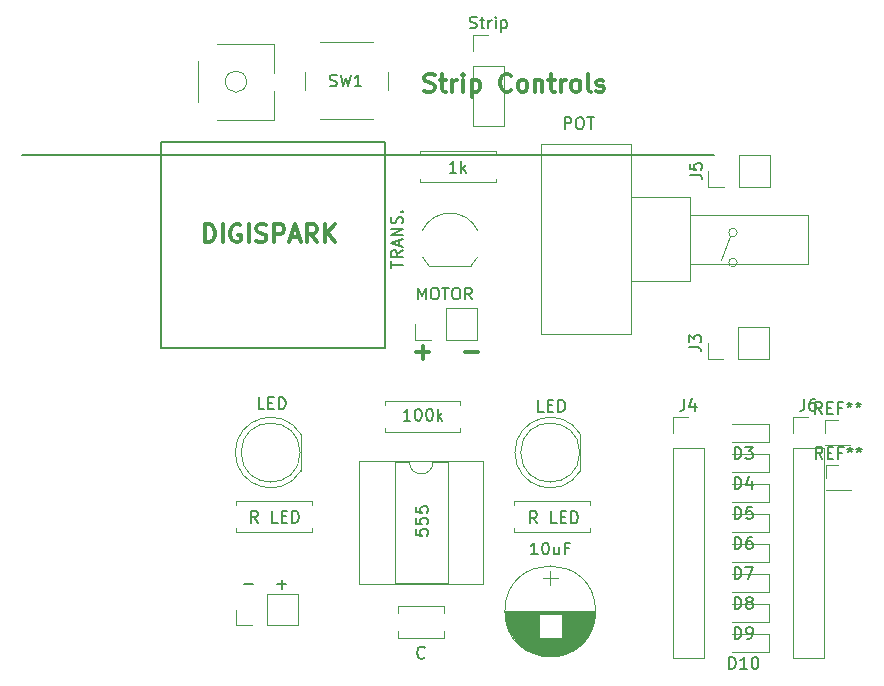
<source format=gbr>
G04 #@! TF.FileFunction,Legend,Top*
%FSLAX46Y46*%
G04 Gerber Fmt 4.6, Leading zero omitted, Abs format (unit mm)*
G04 Created by KiCad (PCBNEW 4.0.7) date 12/08/18 06:13:13*
%MOMM*%
%LPD*%
G01*
G04 APERTURE LIST*
%ADD10C,0.100000*%
%ADD11C,0.300000*%
%ADD12C,0.200000*%
%ADD13C,0.150000*%
%ADD14C,0.120000*%
G04 APERTURE END LIST*
D10*
D11*
X186398057Y-50137143D02*
X186612343Y-50208571D01*
X186969486Y-50208571D01*
X187112343Y-50137143D01*
X187183772Y-50065714D01*
X187255200Y-49922857D01*
X187255200Y-49780000D01*
X187183772Y-49637143D01*
X187112343Y-49565714D01*
X186969486Y-49494286D01*
X186683772Y-49422857D01*
X186540914Y-49351429D01*
X186469486Y-49280000D01*
X186398057Y-49137143D01*
X186398057Y-48994286D01*
X186469486Y-48851429D01*
X186540914Y-48780000D01*
X186683772Y-48708571D01*
X187040914Y-48708571D01*
X187255200Y-48780000D01*
X187683771Y-49208571D02*
X188255200Y-49208571D01*
X187898057Y-48708571D02*
X187898057Y-49994286D01*
X187969485Y-50137143D01*
X188112343Y-50208571D01*
X188255200Y-50208571D01*
X188755200Y-50208571D02*
X188755200Y-49208571D01*
X188755200Y-49494286D02*
X188826628Y-49351429D01*
X188898057Y-49280000D01*
X189040914Y-49208571D01*
X189183771Y-49208571D01*
X189683771Y-50208571D02*
X189683771Y-49208571D01*
X189683771Y-48708571D02*
X189612342Y-48780000D01*
X189683771Y-48851429D01*
X189755199Y-48780000D01*
X189683771Y-48708571D01*
X189683771Y-48851429D01*
X190398057Y-49208571D02*
X190398057Y-50708571D01*
X190398057Y-49280000D02*
X190540914Y-49208571D01*
X190826628Y-49208571D01*
X190969485Y-49280000D01*
X191040914Y-49351429D01*
X191112343Y-49494286D01*
X191112343Y-49922857D01*
X191040914Y-50065714D01*
X190969485Y-50137143D01*
X190826628Y-50208571D01*
X190540914Y-50208571D01*
X190398057Y-50137143D01*
X193755200Y-50065714D02*
X193683771Y-50137143D01*
X193469485Y-50208571D01*
X193326628Y-50208571D01*
X193112343Y-50137143D01*
X192969485Y-49994286D01*
X192898057Y-49851429D01*
X192826628Y-49565714D01*
X192826628Y-49351429D01*
X192898057Y-49065714D01*
X192969485Y-48922857D01*
X193112343Y-48780000D01*
X193326628Y-48708571D01*
X193469485Y-48708571D01*
X193683771Y-48780000D01*
X193755200Y-48851429D01*
X194612343Y-50208571D02*
X194469485Y-50137143D01*
X194398057Y-50065714D01*
X194326628Y-49922857D01*
X194326628Y-49494286D01*
X194398057Y-49351429D01*
X194469485Y-49280000D01*
X194612343Y-49208571D01*
X194826628Y-49208571D01*
X194969485Y-49280000D01*
X195040914Y-49351429D01*
X195112343Y-49494286D01*
X195112343Y-49922857D01*
X195040914Y-50065714D01*
X194969485Y-50137143D01*
X194826628Y-50208571D01*
X194612343Y-50208571D01*
X195755200Y-49208571D02*
X195755200Y-50208571D01*
X195755200Y-49351429D02*
X195826628Y-49280000D01*
X195969486Y-49208571D01*
X196183771Y-49208571D01*
X196326628Y-49280000D01*
X196398057Y-49422857D01*
X196398057Y-50208571D01*
X196898057Y-49208571D02*
X197469486Y-49208571D01*
X197112343Y-48708571D02*
X197112343Y-49994286D01*
X197183771Y-50137143D01*
X197326629Y-50208571D01*
X197469486Y-50208571D01*
X197969486Y-50208571D02*
X197969486Y-49208571D01*
X197969486Y-49494286D02*
X198040914Y-49351429D01*
X198112343Y-49280000D01*
X198255200Y-49208571D01*
X198398057Y-49208571D01*
X199112343Y-50208571D02*
X198969485Y-50137143D01*
X198898057Y-50065714D01*
X198826628Y-49922857D01*
X198826628Y-49494286D01*
X198898057Y-49351429D01*
X198969485Y-49280000D01*
X199112343Y-49208571D01*
X199326628Y-49208571D01*
X199469485Y-49280000D01*
X199540914Y-49351429D01*
X199612343Y-49494286D01*
X199612343Y-49922857D01*
X199540914Y-50065714D01*
X199469485Y-50137143D01*
X199326628Y-50208571D01*
X199112343Y-50208571D01*
X200469486Y-50208571D02*
X200326628Y-50137143D01*
X200255200Y-49994286D01*
X200255200Y-48708571D01*
X200969485Y-50137143D02*
X201112342Y-50208571D01*
X201398057Y-50208571D01*
X201540914Y-50137143D01*
X201612342Y-49994286D01*
X201612342Y-49922857D01*
X201540914Y-49780000D01*
X201398057Y-49708571D01*
X201183771Y-49708571D01*
X201040914Y-49637143D01*
X200969485Y-49494286D01*
X200969485Y-49422857D01*
X201040914Y-49280000D01*
X201183771Y-49208571D01*
X201398057Y-49208571D01*
X201540914Y-49280000D01*
D12*
X210921600Y-55575200D02*
X152349200Y-55575200D01*
D11*
X185672743Y-72293943D02*
X186815600Y-72293943D01*
X186244171Y-72865371D02*
X186244171Y-71722514D01*
X189815600Y-72293943D02*
X190958457Y-72293943D01*
X167814515Y-62959371D02*
X167814515Y-61459371D01*
X168171658Y-61459371D01*
X168385943Y-61530800D01*
X168528801Y-61673657D01*
X168600229Y-61816514D01*
X168671658Y-62102229D01*
X168671658Y-62316514D01*
X168600229Y-62602229D01*
X168528801Y-62745086D01*
X168385943Y-62887943D01*
X168171658Y-62959371D01*
X167814515Y-62959371D01*
X169314515Y-62959371D02*
X169314515Y-61459371D01*
X170814515Y-61530800D02*
X170671658Y-61459371D01*
X170457372Y-61459371D01*
X170243087Y-61530800D01*
X170100229Y-61673657D01*
X170028801Y-61816514D01*
X169957372Y-62102229D01*
X169957372Y-62316514D01*
X170028801Y-62602229D01*
X170100229Y-62745086D01*
X170243087Y-62887943D01*
X170457372Y-62959371D01*
X170600229Y-62959371D01*
X170814515Y-62887943D01*
X170885944Y-62816514D01*
X170885944Y-62316514D01*
X170600229Y-62316514D01*
X171528801Y-62959371D02*
X171528801Y-61459371D01*
X172171658Y-62887943D02*
X172385944Y-62959371D01*
X172743087Y-62959371D01*
X172885944Y-62887943D01*
X172957373Y-62816514D01*
X173028801Y-62673657D01*
X173028801Y-62530800D01*
X172957373Y-62387943D01*
X172885944Y-62316514D01*
X172743087Y-62245086D01*
X172457373Y-62173657D01*
X172314515Y-62102229D01*
X172243087Y-62030800D01*
X172171658Y-61887943D01*
X172171658Y-61745086D01*
X172243087Y-61602229D01*
X172314515Y-61530800D01*
X172457373Y-61459371D01*
X172814515Y-61459371D01*
X173028801Y-61530800D01*
X173671658Y-62959371D02*
X173671658Y-61459371D01*
X174243086Y-61459371D01*
X174385944Y-61530800D01*
X174457372Y-61602229D01*
X174528801Y-61745086D01*
X174528801Y-61959371D01*
X174457372Y-62102229D01*
X174385944Y-62173657D01*
X174243086Y-62245086D01*
X173671658Y-62245086D01*
X175100229Y-62530800D02*
X175814515Y-62530800D01*
X174957372Y-62959371D02*
X175457372Y-61459371D01*
X175957372Y-62959371D01*
X177314515Y-62959371D02*
X176814515Y-62245086D01*
X176457372Y-62959371D02*
X176457372Y-61459371D01*
X177028800Y-61459371D01*
X177171658Y-61530800D01*
X177243086Y-61602229D01*
X177314515Y-61745086D01*
X177314515Y-61959371D01*
X177243086Y-62102229D01*
X177171658Y-62173657D01*
X177028800Y-62245086D01*
X176457372Y-62245086D01*
X177957372Y-62959371D02*
X177957372Y-61459371D01*
X178814515Y-62959371D02*
X178171658Y-62102229D01*
X178814515Y-61459371D02*
X177957372Y-62316514D01*
D13*
X164070800Y-54457600D02*
X183070800Y-54457600D01*
X183070800Y-54457600D02*
X183070800Y-71957600D01*
X183070800Y-71957600D02*
X164070800Y-71957600D01*
X164070800Y-71957600D02*
X164070800Y-54457600D01*
D14*
X196276400Y-54656400D02*
X203897400Y-54656400D01*
X196276400Y-70776400D02*
X203897400Y-70776400D01*
X196276400Y-54656400D02*
X196276400Y-70776400D01*
X203897400Y-54656400D02*
X203897400Y-70776400D01*
X203897400Y-59156400D02*
X208896400Y-59156400D01*
X203897400Y-66276400D02*
X208896400Y-66276400D01*
X203897400Y-59156400D02*
X203897400Y-66276400D01*
X208896400Y-59156400D02*
X208896400Y-66276400D01*
X208896400Y-60656400D02*
X218897400Y-60656400D01*
X208896400Y-64776400D02*
X218897400Y-64776400D01*
X208896400Y-60656400D02*
X208896400Y-64776400D01*
X218897400Y-60656400D02*
X218897400Y-64776400D01*
X220377200Y-83965600D02*
X222497200Y-83965600D01*
X220377200Y-83905600D02*
X220377200Y-83965600D01*
X222497200Y-83905600D02*
X222497200Y-83965600D01*
X220377200Y-83905600D02*
X222497200Y-83905600D01*
X220377200Y-82905600D02*
X220377200Y-81845600D01*
X220377200Y-81845600D02*
X221437200Y-81845600D01*
X188060400Y-96508400D02*
X184140400Y-96508400D01*
X188060400Y-93788400D02*
X184140400Y-93788400D01*
X188060400Y-96508400D02*
X188060400Y-95898400D01*
X188060400Y-94398400D02*
X188060400Y-93788400D01*
X184140400Y-96508400D02*
X184140400Y-95898400D01*
X184140400Y-94398400D02*
X184140400Y-93788400D01*
X194063200Y-80771538D02*
G75*
G03X199613200Y-82316830I2990000J-462D01*
G01*
X194063200Y-80772462D02*
G75*
G02X199613200Y-79227170I2990000J462D01*
G01*
X199553200Y-80772000D02*
G75*
G03X199553200Y-80772000I-2500000J0D01*
G01*
X199613200Y-82317000D02*
X199613200Y-79227000D01*
X170390400Y-80771538D02*
G75*
G03X175940400Y-82316830I2990000J-462D01*
G01*
X170390400Y-80772462D02*
G75*
G02X175940400Y-79227170I2990000J462D01*
G01*
X175880400Y-80772000D02*
G75*
G03X175880400Y-80772000I-2500000J0D01*
G01*
X175940400Y-82317000D02*
X175940400Y-79227000D01*
X212410800Y-78396400D02*
X215610800Y-78396400D01*
X215610800Y-79896400D02*
X212410800Y-79896400D01*
X215610800Y-79896400D02*
X215610800Y-78396400D01*
X212410800Y-80936400D02*
X215610800Y-80936400D01*
X215610800Y-82436400D02*
X212410800Y-82436400D01*
X215610800Y-82436400D02*
X215610800Y-80936400D01*
X212410800Y-83476400D02*
X215610800Y-83476400D01*
X215610800Y-84976400D02*
X212410800Y-84976400D01*
X215610800Y-84976400D02*
X215610800Y-83476400D01*
X212410800Y-86016400D02*
X215610800Y-86016400D01*
X215610800Y-87516400D02*
X212410800Y-87516400D01*
X215610800Y-87516400D02*
X215610800Y-86016400D01*
X212410800Y-88556400D02*
X215610800Y-88556400D01*
X215610800Y-90056400D02*
X212410800Y-90056400D01*
X215610800Y-90056400D02*
X215610800Y-88556400D01*
X212410800Y-91096400D02*
X215610800Y-91096400D01*
X215610800Y-92596400D02*
X212410800Y-92596400D01*
X215610800Y-92596400D02*
X215610800Y-91096400D01*
X212410800Y-93636400D02*
X215610800Y-93636400D01*
X215610800Y-95136400D02*
X212410800Y-95136400D01*
X215610800Y-95136400D02*
X215610800Y-93636400D01*
X212410800Y-96176400D02*
X215610800Y-96176400D01*
X215610800Y-97676400D02*
X212410800Y-97676400D01*
X215610800Y-97676400D02*
X215610800Y-96176400D01*
X173075600Y-95411600D02*
X175675600Y-95411600D01*
X175675600Y-95411600D02*
X175675600Y-92751600D01*
X175675600Y-92751600D02*
X173075600Y-92751600D01*
X173075600Y-92751600D02*
X173075600Y-95411600D01*
X171805600Y-95411600D02*
X170475600Y-95411600D01*
X170475600Y-95411600D02*
X170475600Y-94081600D01*
X188214000Y-71230800D02*
X190814000Y-71230800D01*
X190814000Y-71230800D02*
X190814000Y-68570800D01*
X190814000Y-68570800D02*
X188214000Y-68570800D01*
X188214000Y-68570800D02*
X188214000Y-71230800D01*
X186944000Y-71230800D02*
X185614000Y-71230800D01*
X185614000Y-71230800D02*
X185614000Y-69900800D01*
X212979000Y-72831000D02*
X215579000Y-72831000D01*
X215579000Y-72831000D02*
X215579000Y-70171000D01*
X215579000Y-70171000D02*
X212979000Y-70171000D01*
X212979000Y-70171000D02*
X212979000Y-72831000D01*
X211709000Y-72831000D02*
X210379000Y-72831000D01*
X210379000Y-72831000D02*
X210379000Y-71501000D01*
X207407200Y-80365600D02*
X207407200Y-98205600D01*
X207407200Y-98205600D02*
X210067200Y-98205600D01*
X210067200Y-98205600D02*
X210067200Y-80365600D01*
X210067200Y-80365600D02*
X207407200Y-80365600D01*
X207407200Y-79095600D02*
X207407200Y-77765600D01*
X207407200Y-77765600D02*
X208737200Y-77765600D01*
X213029800Y-58251400D02*
X215629800Y-58251400D01*
X215629800Y-58251400D02*
X215629800Y-55591400D01*
X215629800Y-55591400D02*
X213029800Y-55591400D01*
X213029800Y-55591400D02*
X213029800Y-58251400D01*
X211759800Y-58251400D02*
X210429800Y-58251400D01*
X210429800Y-58251400D02*
X210429800Y-56921400D01*
X217567200Y-80365600D02*
X217567200Y-98205600D01*
X217567200Y-98205600D02*
X220227200Y-98205600D01*
X220227200Y-98205600D02*
X220227200Y-80365600D01*
X220227200Y-80365600D02*
X217567200Y-80365600D01*
X217567200Y-79095600D02*
X217567200Y-77765600D01*
X217567200Y-77765600D02*
X218897200Y-77765600D01*
X186769600Y-64943600D02*
X190369600Y-64943600D01*
X186245416Y-64216395D02*
G75*
G03X186769600Y-64943600I2324184J1122795D01*
G01*
X186213200Y-61994793D02*
G75*
G02X188569600Y-60493600I2356400J-1098807D01*
G01*
X190926000Y-61994793D02*
G75*
G03X188569600Y-60493600I-2356400J-1098807D01*
G01*
X190893784Y-64216395D02*
G75*
G02X190369600Y-64943600I-2324184J1122795D01*
G01*
X192440000Y-57571200D02*
X192440000Y-57901200D01*
X192440000Y-57901200D02*
X186020000Y-57901200D01*
X186020000Y-57901200D02*
X186020000Y-57571200D01*
X192440000Y-55611200D02*
X192440000Y-55281200D01*
X192440000Y-55281200D02*
X186020000Y-55281200D01*
X186020000Y-55281200D02*
X186020000Y-55611200D01*
X183022800Y-76744000D02*
X183022800Y-76414000D01*
X183022800Y-76414000D02*
X189442800Y-76414000D01*
X189442800Y-76414000D02*
X189442800Y-76744000D01*
X183022800Y-78704000D02*
X183022800Y-79034000D01*
X183022800Y-79034000D02*
X189442800Y-79034000D01*
X189442800Y-79034000D02*
X189442800Y-78704000D01*
X200415600Y-87187600D02*
X200415600Y-87517600D01*
X200415600Y-87517600D02*
X193995600Y-87517600D01*
X193995600Y-87517600D02*
X193995600Y-87187600D01*
X200415600Y-85227600D02*
X200415600Y-84897600D01*
X200415600Y-84897600D02*
X193995600Y-84897600D01*
X193995600Y-84897600D02*
X193995600Y-85227600D01*
X176844400Y-87187600D02*
X176844400Y-87517600D01*
X176844400Y-87517600D02*
X170424400Y-87517600D01*
X170424400Y-87517600D02*
X170424400Y-87187600D01*
X176844400Y-85227600D02*
X176844400Y-84897600D01*
X176844400Y-84897600D02*
X170424400Y-84897600D01*
X170424400Y-84897600D02*
X170424400Y-85227600D01*
X171344800Y-49366800D02*
G75*
G03X171344800Y-49366800I-900000J0D01*
G01*
X168817800Y-46156800D02*
X173654800Y-46156800D01*
X168817800Y-52576800D02*
X173654800Y-52576800D01*
X167234800Y-47624800D02*
X167234800Y-51109800D01*
X173654800Y-46156800D02*
X173654800Y-48609800D01*
X173654800Y-50124800D02*
X173654800Y-52576800D01*
X177580800Y-52540800D02*
X182080800Y-52540800D01*
X176330800Y-48540800D02*
X176330800Y-50040800D01*
X182080800Y-46040800D02*
X177580800Y-46040800D01*
X183330800Y-50040800D02*
X183330800Y-48540800D01*
D10*
X212267800Y-62407800D02*
X211505800Y-64439800D01*
X212881010Y-62153800D02*
G75*
G03X212881010Y-62153800I-359210J0D01*
G01*
X212881010Y-64693800D02*
G75*
G03X212881010Y-64693800I-359210J0D01*
G01*
D14*
X190490800Y-53146000D02*
X193150800Y-53146000D01*
X190490800Y-48006000D02*
X190490800Y-53146000D01*
X193150800Y-48006000D02*
X193150800Y-53146000D01*
X190490800Y-48006000D02*
X193150800Y-48006000D01*
X190490800Y-46736000D02*
X190490800Y-45406000D01*
X190490800Y-45406000D02*
X191820800Y-45406000D01*
X187131200Y-81575600D02*
G75*
G02X185131200Y-81575600I-1000000J0D01*
G01*
X185131200Y-81575600D02*
X183881200Y-81575600D01*
X183881200Y-81575600D02*
X183881200Y-91855600D01*
X183881200Y-91855600D02*
X188381200Y-91855600D01*
X188381200Y-91855600D02*
X188381200Y-81575600D01*
X188381200Y-81575600D02*
X187131200Y-81575600D01*
X180881200Y-81515600D02*
X180881200Y-91915600D01*
X180881200Y-91915600D02*
X191381200Y-91915600D01*
X191381200Y-91915600D02*
X191381200Y-81515600D01*
X191381200Y-81515600D02*
X180881200Y-81515600D01*
X200893200Y-94214000D02*
G75*
G03X200893200Y-94214000I-3840000J0D01*
G01*
X200853200Y-94214000D02*
X193253200Y-94214000D01*
X200853200Y-94254000D02*
X193253200Y-94254000D01*
X200853200Y-94294000D02*
X193253200Y-94294000D01*
X200852200Y-94334000D02*
X193254200Y-94334000D01*
X200850200Y-94374000D02*
X193256200Y-94374000D01*
X200848200Y-94414000D02*
X193258200Y-94414000D01*
X200846200Y-94454000D02*
X193260200Y-94454000D01*
X200843200Y-94494000D02*
X198033200Y-94494000D01*
X196073200Y-94494000D02*
X193263200Y-94494000D01*
X200840200Y-94534000D02*
X198033200Y-94534000D01*
X196073200Y-94534000D02*
X193266200Y-94534000D01*
X200837200Y-94574000D02*
X198033200Y-94574000D01*
X196073200Y-94574000D02*
X193269200Y-94574000D01*
X200833200Y-94614000D02*
X198033200Y-94614000D01*
X196073200Y-94614000D02*
X193273200Y-94614000D01*
X200828200Y-94654000D02*
X198033200Y-94654000D01*
X196073200Y-94654000D02*
X193278200Y-94654000D01*
X200823200Y-94694000D02*
X198033200Y-94694000D01*
X196073200Y-94694000D02*
X193283200Y-94694000D01*
X200818200Y-94734000D02*
X198033200Y-94734000D01*
X196073200Y-94734000D02*
X193288200Y-94734000D01*
X200812200Y-94774000D02*
X198033200Y-94774000D01*
X196073200Y-94774000D02*
X193294200Y-94774000D01*
X200806200Y-94814000D02*
X198033200Y-94814000D01*
X196073200Y-94814000D02*
X193300200Y-94814000D01*
X200800200Y-94854000D02*
X198033200Y-94854000D01*
X196073200Y-94854000D02*
X193306200Y-94854000D01*
X200793200Y-94894000D02*
X198033200Y-94894000D01*
X196073200Y-94894000D02*
X193313200Y-94894000D01*
X200785200Y-94935000D02*
X198033200Y-94935000D01*
X196073200Y-94935000D02*
X193321200Y-94935000D01*
X200778200Y-94975000D02*
X198033200Y-94975000D01*
X196073200Y-94975000D02*
X193328200Y-94975000D01*
X200769200Y-95015000D02*
X198033200Y-95015000D01*
X196073200Y-95015000D02*
X193337200Y-95015000D01*
X200760200Y-95055000D02*
X198033200Y-95055000D01*
X196073200Y-95055000D02*
X193346200Y-95055000D01*
X200751200Y-95095000D02*
X198033200Y-95095000D01*
X196073200Y-95095000D02*
X193355200Y-95095000D01*
X200742200Y-95135000D02*
X198033200Y-95135000D01*
X196073200Y-95135000D02*
X193364200Y-95135000D01*
X200732200Y-95175000D02*
X198033200Y-95175000D01*
X196073200Y-95175000D02*
X193374200Y-95175000D01*
X200721200Y-95215000D02*
X198033200Y-95215000D01*
X196073200Y-95215000D02*
X193385200Y-95215000D01*
X200710200Y-95255000D02*
X198033200Y-95255000D01*
X196073200Y-95255000D02*
X193396200Y-95255000D01*
X200698200Y-95295000D02*
X198033200Y-95295000D01*
X196073200Y-95295000D02*
X193408200Y-95295000D01*
X200687200Y-95335000D02*
X198033200Y-95335000D01*
X196073200Y-95335000D02*
X193419200Y-95335000D01*
X200674200Y-95375000D02*
X198033200Y-95375000D01*
X196073200Y-95375000D02*
X193432200Y-95375000D01*
X200661200Y-95415000D02*
X198033200Y-95415000D01*
X196073200Y-95415000D02*
X193445200Y-95415000D01*
X200648200Y-95455000D02*
X198033200Y-95455000D01*
X196073200Y-95455000D02*
X193458200Y-95455000D01*
X200634200Y-95495000D02*
X198033200Y-95495000D01*
X196073200Y-95495000D02*
X193472200Y-95495000D01*
X200619200Y-95535000D02*
X198033200Y-95535000D01*
X196073200Y-95535000D02*
X193487200Y-95535000D01*
X200605200Y-95575000D02*
X198033200Y-95575000D01*
X196073200Y-95575000D02*
X193501200Y-95575000D01*
X200589200Y-95615000D02*
X198033200Y-95615000D01*
X196073200Y-95615000D02*
X193517200Y-95615000D01*
X200573200Y-95655000D02*
X198033200Y-95655000D01*
X196073200Y-95655000D02*
X193533200Y-95655000D01*
X200557200Y-95695000D02*
X198033200Y-95695000D01*
X196073200Y-95695000D02*
X193549200Y-95695000D01*
X200540200Y-95735000D02*
X198033200Y-95735000D01*
X196073200Y-95735000D02*
X193566200Y-95735000D01*
X200522200Y-95775000D02*
X198033200Y-95775000D01*
X196073200Y-95775000D02*
X193584200Y-95775000D01*
X200504200Y-95815000D02*
X198033200Y-95815000D01*
X196073200Y-95815000D02*
X193602200Y-95815000D01*
X200486200Y-95855000D02*
X198033200Y-95855000D01*
X196073200Y-95855000D02*
X193620200Y-95855000D01*
X200466200Y-95895000D02*
X198033200Y-95895000D01*
X196073200Y-95895000D02*
X193640200Y-95895000D01*
X200447200Y-95935000D02*
X198033200Y-95935000D01*
X196073200Y-95935000D02*
X193659200Y-95935000D01*
X200426200Y-95975000D02*
X198033200Y-95975000D01*
X196073200Y-95975000D02*
X193680200Y-95975000D01*
X200405200Y-96015000D02*
X198033200Y-96015000D01*
X196073200Y-96015000D02*
X193701200Y-96015000D01*
X200384200Y-96055000D02*
X198033200Y-96055000D01*
X196073200Y-96055000D02*
X193722200Y-96055000D01*
X200362200Y-96095000D02*
X198033200Y-96095000D01*
X196073200Y-96095000D02*
X193744200Y-96095000D01*
X200339200Y-96135000D02*
X198033200Y-96135000D01*
X196073200Y-96135000D02*
X193767200Y-96135000D01*
X200316200Y-96175000D02*
X198033200Y-96175000D01*
X196073200Y-96175000D02*
X193790200Y-96175000D01*
X200292200Y-96215000D02*
X198033200Y-96215000D01*
X196073200Y-96215000D02*
X193814200Y-96215000D01*
X200267200Y-96255000D02*
X198033200Y-96255000D01*
X196073200Y-96255000D02*
X193839200Y-96255000D01*
X200241200Y-96295000D02*
X198033200Y-96295000D01*
X196073200Y-96295000D02*
X193865200Y-96295000D01*
X200215200Y-96335000D02*
X198033200Y-96335000D01*
X196073200Y-96335000D02*
X193891200Y-96335000D01*
X200188200Y-96375000D02*
X198033200Y-96375000D01*
X196073200Y-96375000D02*
X193918200Y-96375000D01*
X200161200Y-96415000D02*
X198033200Y-96415000D01*
X196073200Y-96415000D02*
X193945200Y-96415000D01*
X200132200Y-96455000D02*
X193974200Y-96455000D01*
X200103200Y-96495000D02*
X194003200Y-96495000D01*
X200073200Y-96535000D02*
X194033200Y-96535000D01*
X200043200Y-96575000D02*
X194063200Y-96575000D01*
X200011200Y-96615000D02*
X194095200Y-96615000D01*
X199979200Y-96655000D02*
X194127200Y-96655000D01*
X199945200Y-96695000D02*
X194161200Y-96695000D01*
X199911200Y-96735000D02*
X194195200Y-96735000D01*
X199876200Y-96775000D02*
X194230200Y-96775000D01*
X199839200Y-96815000D02*
X194267200Y-96815000D01*
X199802200Y-96855000D02*
X194304200Y-96855000D01*
X199764200Y-96895000D02*
X194342200Y-96895000D01*
X199724200Y-96935000D02*
X194382200Y-96935000D01*
X199683200Y-96975000D02*
X194423200Y-96975000D01*
X199641200Y-97015000D02*
X194465200Y-97015000D01*
X199598200Y-97055000D02*
X194508200Y-97055000D01*
X199553200Y-97095000D02*
X194553200Y-97095000D01*
X199507200Y-97135000D02*
X194599200Y-97135000D01*
X199460200Y-97175000D02*
X194646200Y-97175000D01*
X199410200Y-97215000D02*
X194696200Y-97215000D01*
X199360200Y-97255000D02*
X194746200Y-97255000D01*
X199307200Y-97295000D02*
X194799200Y-97295000D01*
X199252200Y-97335000D02*
X194854200Y-97335000D01*
X199195200Y-97375000D02*
X194911200Y-97375000D01*
X199136200Y-97415000D02*
X194970200Y-97415000D01*
X199075200Y-97455000D02*
X195031200Y-97455000D01*
X199010200Y-97495000D02*
X195096200Y-97495000D01*
X198943200Y-97535000D02*
X195163200Y-97535000D01*
X198873200Y-97575000D02*
X195233200Y-97575000D01*
X198798200Y-97615000D02*
X195308200Y-97615000D01*
X198720200Y-97655000D02*
X195386200Y-97655000D01*
X198637200Y-97695000D02*
X195469200Y-97695000D01*
X198548200Y-97735000D02*
X195558200Y-97735000D01*
X198453200Y-97775000D02*
X195653200Y-97775000D01*
X198350200Y-97815000D02*
X195756200Y-97815000D01*
X198237200Y-97855000D02*
X195869200Y-97855000D01*
X198110200Y-97895000D02*
X195996200Y-97895000D01*
X197966200Y-97935000D02*
X196140200Y-97935000D01*
X197793200Y-97975000D02*
X196313200Y-97975000D01*
X197566200Y-98015000D02*
X196540200Y-98015000D01*
X197053200Y-90764000D02*
X197053200Y-91964000D01*
X197703200Y-91364000D02*
X196403200Y-91364000D01*
X220326400Y-80155600D02*
X222446400Y-80155600D01*
X220326400Y-80095600D02*
X220326400Y-80155600D01*
X222446400Y-80095600D02*
X222446400Y-80155600D01*
X220326400Y-80095600D02*
X222446400Y-80095600D01*
X220326400Y-79095600D02*
X220326400Y-78035600D01*
X220326400Y-78035600D02*
X221386400Y-78035600D01*
D13*
X198274133Y-53385981D02*
X198274133Y-52385981D01*
X198655086Y-52385981D01*
X198750324Y-52433600D01*
X198797943Y-52481219D01*
X198845562Y-52576457D01*
X198845562Y-52719314D01*
X198797943Y-52814552D01*
X198750324Y-52862171D01*
X198655086Y-52909790D01*
X198274133Y-52909790D01*
X199464609Y-52385981D02*
X199655086Y-52385981D01*
X199750324Y-52433600D01*
X199845562Y-52528838D01*
X199893181Y-52719314D01*
X199893181Y-53052648D01*
X199845562Y-53243124D01*
X199750324Y-53338362D01*
X199655086Y-53385981D01*
X199464609Y-53385981D01*
X199369371Y-53338362D01*
X199274133Y-53243124D01*
X199226514Y-53052648D01*
X199226514Y-52719314D01*
X199274133Y-52528838D01*
X199369371Y-52433600D01*
X199464609Y-52385981D01*
X200178895Y-52385981D02*
X200750324Y-52385981D01*
X200464609Y-53385981D02*
X200464609Y-52385981D01*
X220103867Y-81297981D02*
X219770533Y-80821790D01*
X219532438Y-81297981D02*
X219532438Y-80297981D01*
X219913391Y-80297981D01*
X220008629Y-80345600D01*
X220056248Y-80393219D01*
X220103867Y-80488457D01*
X220103867Y-80631314D01*
X220056248Y-80726552D01*
X220008629Y-80774171D01*
X219913391Y-80821790D01*
X219532438Y-80821790D01*
X220532438Y-80774171D02*
X220865772Y-80774171D01*
X221008629Y-81297981D02*
X220532438Y-81297981D01*
X220532438Y-80297981D01*
X221008629Y-80297981D01*
X221770534Y-80774171D02*
X221437200Y-80774171D01*
X221437200Y-81297981D02*
X221437200Y-80297981D01*
X221913391Y-80297981D01*
X222437200Y-80297981D02*
X222437200Y-80536076D01*
X222199105Y-80440838D02*
X222437200Y-80536076D01*
X222675296Y-80440838D01*
X222294343Y-80726552D02*
X222437200Y-80536076D01*
X222580058Y-80726552D01*
X223199105Y-80297981D02*
X223199105Y-80536076D01*
X222961010Y-80440838D02*
X223199105Y-80536076D01*
X223437201Y-80440838D01*
X223056248Y-80726552D02*
X223199105Y-80536076D01*
X223341963Y-80726552D01*
X186409924Y-98115543D02*
X186362305Y-98163162D01*
X186219448Y-98210781D01*
X186124210Y-98210781D01*
X185981352Y-98163162D01*
X185886114Y-98067924D01*
X185838495Y-97972686D01*
X185790876Y-97782210D01*
X185790876Y-97639352D01*
X185838495Y-97448876D01*
X185886114Y-97353638D01*
X185981352Y-97258400D01*
X186124210Y-97210781D01*
X186219448Y-97210781D01*
X186362305Y-97258400D01*
X186409924Y-97306019D01*
X196511943Y-77312781D02*
X196035752Y-77312781D01*
X196035752Y-76312781D01*
X196845276Y-76788971D02*
X197178610Y-76788971D01*
X197321467Y-77312781D02*
X196845276Y-77312781D01*
X196845276Y-76312781D01*
X197321467Y-76312781D01*
X197750038Y-77312781D02*
X197750038Y-76312781D01*
X197988133Y-76312781D01*
X198130991Y-76360400D01*
X198226229Y-76455638D01*
X198273848Y-76550876D01*
X198321467Y-76741352D01*
X198321467Y-76884210D01*
X198273848Y-77074686D01*
X198226229Y-77169924D01*
X198130991Y-77265162D01*
X197988133Y-77312781D01*
X197750038Y-77312781D01*
X172839143Y-77109581D02*
X172362952Y-77109581D01*
X172362952Y-76109581D01*
X173172476Y-76585771D02*
X173505810Y-76585771D01*
X173648667Y-77109581D02*
X173172476Y-77109581D01*
X173172476Y-76109581D01*
X173648667Y-76109581D01*
X174077238Y-77109581D02*
X174077238Y-76109581D01*
X174315333Y-76109581D01*
X174458191Y-76157200D01*
X174553429Y-76252438D01*
X174601048Y-76347676D01*
X174648667Y-76538152D01*
X174648667Y-76681010D01*
X174601048Y-76871486D01*
X174553429Y-76966724D01*
X174458191Y-77061962D01*
X174315333Y-77109581D01*
X174077238Y-77109581D01*
X212672705Y-81298781D02*
X212672705Y-80298781D01*
X212910800Y-80298781D01*
X213053658Y-80346400D01*
X213148896Y-80441638D01*
X213196515Y-80536876D01*
X213244134Y-80727352D01*
X213244134Y-80870210D01*
X213196515Y-81060686D01*
X213148896Y-81155924D01*
X213053658Y-81251162D01*
X212910800Y-81298781D01*
X212672705Y-81298781D01*
X213577467Y-80298781D02*
X214196515Y-80298781D01*
X213863181Y-80679733D01*
X214006039Y-80679733D01*
X214101277Y-80727352D01*
X214148896Y-80774971D01*
X214196515Y-80870210D01*
X214196515Y-81108305D01*
X214148896Y-81203543D01*
X214101277Y-81251162D01*
X214006039Y-81298781D01*
X213720324Y-81298781D01*
X213625086Y-81251162D01*
X213577467Y-81203543D01*
X212672705Y-83838781D02*
X212672705Y-82838781D01*
X212910800Y-82838781D01*
X213053658Y-82886400D01*
X213148896Y-82981638D01*
X213196515Y-83076876D01*
X213244134Y-83267352D01*
X213244134Y-83410210D01*
X213196515Y-83600686D01*
X213148896Y-83695924D01*
X213053658Y-83791162D01*
X212910800Y-83838781D01*
X212672705Y-83838781D01*
X214101277Y-83172114D02*
X214101277Y-83838781D01*
X213863181Y-82791162D02*
X213625086Y-83505448D01*
X214244134Y-83505448D01*
X212672705Y-86378781D02*
X212672705Y-85378781D01*
X212910800Y-85378781D01*
X213053658Y-85426400D01*
X213148896Y-85521638D01*
X213196515Y-85616876D01*
X213244134Y-85807352D01*
X213244134Y-85950210D01*
X213196515Y-86140686D01*
X213148896Y-86235924D01*
X213053658Y-86331162D01*
X212910800Y-86378781D01*
X212672705Y-86378781D01*
X214148896Y-85378781D02*
X213672705Y-85378781D01*
X213625086Y-85854971D01*
X213672705Y-85807352D01*
X213767943Y-85759733D01*
X214006039Y-85759733D01*
X214101277Y-85807352D01*
X214148896Y-85854971D01*
X214196515Y-85950210D01*
X214196515Y-86188305D01*
X214148896Y-86283543D01*
X214101277Y-86331162D01*
X214006039Y-86378781D01*
X213767943Y-86378781D01*
X213672705Y-86331162D01*
X213625086Y-86283543D01*
X212672705Y-88918781D02*
X212672705Y-87918781D01*
X212910800Y-87918781D01*
X213053658Y-87966400D01*
X213148896Y-88061638D01*
X213196515Y-88156876D01*
X213244134Y-88347352D01*
X213244134Y-88490210D01*
X213196515Y-88680686D01*
X213148896Y-88775924D01*
X213053658Y-88871162D01*
X212910800Y-88918781D01*
X212672705Y-88918781D01*
X214101277Y-87918781D02*
X213910800Y-87918781D01*
X213815562Y-87966400D01*
X213767943Y-88014019D01*
X213672705Y-88156876D01*
X213625086Y-88347352D01*
X213625086Y-88728305D01*
X213672705Y-88823543D01*
X213720324Y-88871162D01*
X213815562Y-88918781D01*
X214006039Y-88918781D01*
X214101277Y-88871162D01*
X214148896Y-88823543D01*
X214196515Y-88728305D01*
X214196515Y-88490210D01*
X214148896Y-88394971D01*
X214101277Y-88347352D01*
X214006039Y-88299733D01*
X213815562Y-88299733D01*
X213720324Y-88347352D01*
X213672705Y-88394971D01*
X213625086Y-88490210D01*
X212672705Y-91458781D02*
X212672705Y-90458781D01*
X212910800Y-90458781D01*
X213053658Y-90506400D01*
X213148896Y-90601638D01*
X213196515Y-90696876D01*
X213244134Y-90887352D01*
X213244134Y-91030210D01*
X213196515Y-91220686D01*
X213148896Y-91315924D01*
X213053658Y-91411162D01*
X212910800Y-91458781D01*
X212672705Y-91458781D01*
X213577467Y-90458781D02*
X214244134Y-90458781D01*
X213815562Y-91458781D01*
X212672705Y-93998781D02*
X212672705Y-92998781D01*
X212910800Y-92998781D01*
X213053658Y-93046400D01*
X213148896Y-93141638D01*
X213196515Y-93236876D01*
X213244134Y-93427352D01*
X213244134Y-93570210D01*
X213196515Y-93760686D01*
X213148896Y-93855924D01*
X213053658Y-93951162D01*
X212910800Y-93998781D01*
X212672705Y-93998781D01*
X213815562Y-93427352D02*
X213720324Y-93379733D01*
X213672705Y-93332114D01*
X213625086Y-93236876D01*
X213625086Y-93189257D01*
X213672705Y-93094019D01*
X213720324Y-93046400D01*
X213815562Y-92998781D01*
X214006039Y-92998781D01*
X214101277Y-93046400D01*
X214148896Y-93094019D01*
X214196515Y-93189257D01*
X214196515Y-93236876D01*
X214148896Y-93332114D01*
X214101277Y-93379733D01*
X214006039Y-93427352D01*
X213815562Y-93427352D01*
X213720324Y-93474971D01*
X213672705Y-93522590D01*
X213625086Y-93617829D01*
X213625086Y-93808305D01*
X213672705Y-93903543D01*
X213720324Y-93951162D01*
X213815562Y-93998781D01*
X214006039Y-93998781D01*
X214101277Y-93951162D01*
X214148896Y-93903543D01*
X214196515Y-93808305D01*
X214196515Y-93617829D01*
X214148896Y-93522590D01*
X214101277Y-93474971D01*
X214006039Y-93427352D01*
X212672705Y-96538781D02*
X212672705Y-95538781D01*
X212910800Y-95538781D01*
X213053658Y-95586400D01*
X213148896Y-95681638D01*
X213196515Y-95776876D01*
X213244134Y-95967352D01*
X213244134Y-96110210D01*
X213196515Y-96300686D01*
X213148896Y-96395924D01*
X213053658Y-96491162D01*
X212910800Y-96538781D01*
X212672705Y-96538781D01*
X213720324Y-96538781D02*
X213910800Y-96538781D01*
X214006039Y-96491162D01*
X214053658Y-96443543D01*
X214148896Y-96300686D01*
X214196515Y-96110210D01*
X214196515Y-95729257D01*
X214148896Y-95634019D01*
X214101277Y-95586400D01*
X214006039Y-95538781D01*
X213815562Y-95538781D01*
X213720324Y-95586400D01*
X213672705Y-95634019D01*
X213625086Y-95729257D01*
X213625086Y-95967352D01*
X213672705Y-96062590D01*
X213720324Y-96110210D01*
X213815562Y-96157829D01*
X214006039Y-96157829D01*
X214101277Y-96110210D01*
X214148896Y-96062590D01*
X214196515Y-95967352D01*
X212196514Y-99078781D02*
X212196514Y-98078781D01*
X212434609Y-98078781D01*
X212577467Y-98126400D01*
X212672705Y-98221638D01*
X212720324Y-98316876D01*
X212767943Y-98507352D01*
X212767943Y-98650210D01*
X212720324Y-98840686D01*
X212672705Y-98935924D01*
X212577467Y-99031162D01*
X212434609Y-99078781D01*
X212196514Y-99078781D01*
X213720324Y-99078781D02*
X213148895Y-99078781D01*
X213434609Y-99078781D02*
X213434609Y-98078781D01*
X213339371Y-98221638D01*
X213244133Y-98316876D01*
X213148895Y-98364495D01*
X214339371Y-98078781D02*
X214434610Y-98078781D01*
X214529848Y-98126400D01*
X214577467Y-98174019D01*
X214625086Y-98269257D01*
X214672705Y-98459733D01*
X214672705Y-98697829D01*
X214625086Y-98888305D01*
X214577467Y-98983543D01*
X214529848Y-99031162D01*
X214434610Y-99078781D01*
X214339371Y-99078781D01*
X214244133Y-99031162D01*
X214196514Y-98983543D01*
X214148895Y-98888305D01*
X214101276Y-98697829D01*
X214101276Y-98459733D01*
X214148895Y-98269257D01*
X214196514Y-98174019D01*
X214244133Y-98126400D01*
X214339371Y-98078781D01*
X171161295Y-91917829D02*
X171923200Y-91917829D01*
X173923200Y-91917829D02*
X174685105Y-91917829D01*
X174304153Y-92298781D02*
X174304153Y-91536876D01*
X185850495Y-67813181D02*
X185850495Y-66813181D01*
X186183829Y-67527467D01*
X186517162Y-66813181D01*
X186517162Y-67813181D01*
X187183828Y-66813181D02*
X187374305Y-66813181D01*
X187469543Y-66860800D01*
X187564781Y-66956038D01*
X187612400Y-67146514D01*
X187612400Y-67479848D01*
X187564781Y-67670324D01*
X187469543Y-67765562D01*
X187374305Y-67813181D01*
X187183828Y-67813181D01*
X187088590Y-67765562D01*
X186993352Y-67670324D01*
X186945733Y-67479848D01*
X186945733Y-67146514D01*
X186993352Y-66956038D01*
X187088590Y-66860800D01*
X187183828Y-66813181D01*
X187898114Y-66813181D02*
X188469543Y-66813181D01*
X188183828Y-67813181D02*
X188183828Y-66813181D01*
X188993352Y-66813181D02*
X189183829Y-66813181D01*
X189279067Y-66860800D01*
X189374305Y-66956038D01*
X189421924Y-67146514D01*
X189421924Y-67479848D01*
X189374305Y-67670324D01*
X189279067Y-67765562D01*
X189183829Y-67813181D01*
X188993352Y-67813181D01*
X188898114Y-67765562D01*
X188802876Y-67670324D01*
X188755257Y-67479848D01*
X188755257Y-67146514D01*
X188802876Y-66956038D01*
X188898114Y-66860800D01*
X188993352Y-66813181D01*
X190421924Y-67813181D02*
X190088590Y-67336990D01*
X189850495Y-67813181D02*
X189850495Y-66813181D01*
X190231448Y-66813181D01*
X190326686Y-66860800D01*
X190374305Y-66908419D01*
X190421924Y-67003657D01*
X190421924Y-67146514D01*
X190374305Y-67241752D01*
X190326686Y-67289371D01*
X190231448Y-67336990D01*
X189850495Y-67336990D01*
X208831381Y-71834333D02*
X209545667Y-71834333D01*
X209688524Y-71881953D01*
X209783762Y-71977191D01*
X209831381Y-72120048D01*
X209831381Y-72215286D01*
X208831381Y-71453381D02*
X208831381Y-70834333D01*
X209212333Y-71167667D01*
X209212333Y-71024809D01*
X209259952Y-70929571D01*
X209307571Y-70881952D01*
X209402810Y-70834333D01*
X209640905Y-70834333D01*
X209736143Y-70881952D01*
X209783762Y-70929571D01*
X209831381Y-71024809D01*
X209831381Y-71310524D01*
X209783762Y-71405762D01*
X209736143Y-71453381D01*
X208403867Y-76217981D02*
X208403867Y-76932267D01*
X208356247Y-77075124D01*
X208261009Y-77170362D01*
X208118152Y-77217981D01*
X208022914Y-77217981D01*
X209308629Y-76551314D02*
X209308629Y-77217981D01*
X209070533Y-76170362D02*
X208832438Y-76884648D01*
X209451486Y-76884648D01*
X208882181Y-57254733D02*
X209596467Y-57254733D01*
X209739324Y-57302353D01*
X209834562Y-57397591D01*
X209882181Y-57540448D01*
X209882181Y-57635686D01*
X208882181Y-56302352D02*
X208882181Y-56778543D01*
X209358371Y-56826162D01*
X209310752Y-56778543D01*
X209263133Y-56683305D01*
X209263133Y-56445209D01*
X209310752Y-56349971D01*
X209358371Y-56302352D01*
X209453610Y-56254733D01*
X209691705Y-56254733D01*
X209786943Y-56302352D01*
X209834562Y-56349971D01*
X209882181Y-56445209D01*
X209882181Y-56683305D01*
X209834562Y-56778543D01*
X209786943Y-56826162D01*
X218563867Y-76217981D02*
X218563867Y-76932267D01*
X218516247Y-77075124D01*
X218421009Y-77170362D01*
X218278152Y-77217981D01*
X218182914Y-77217981D01*
X219468629Y-76217981D02*
X219278152Y-76217981D01*
X219182914Y-76265600D01*
X219135295Y-76313219D01*
X219040057Y-76456076D01*
X218992438Y-76646552D01*
X218992438Y-77027505D01*
X219040057Y-77122743D01*
X219087676Y-77170362D01*
X219182914Y-77217981D01*
X219373391Y-77217981D01*
X219468629Y-77170362D01*
X219516248Y-77122743D01*
X219563867Y-77027505D01*
X219563867Y-76789410D01*
X219516248Y-76694171D01*
X219468629Y-76646552D01*
X219373391Y-76598933D01*
X219182914Y-76598933D01*
X219087676Y-76646552D01*
X219040057Y-76694171D01*
X218992438Y-76789410D01*
X183551581Y-65139581D02*
X183551581Y-64568152D01*
X184551581Y-64853867D02*
X183551581Y-64853867D01*
X184551581Y-63663390D02*
X184075390Y-63996724D01*
X184551581Y-64234819D02*
X183551581Y-64234819D01*
X183551581Y-63853866D01*
X183599200Y-63758628D01*
X183646819Y-63711009D01*
X183742057Y-63663390D01*
X183884914Y-63663390D01*
X183980152Y-63711009D01*
X184027771Y-63758628D01*
X184075390Y-63853866D01*
X184075390Y-64234819D01*
X184265867Y-63282438D02*
X184265867Y-62806247D01*
X184551581Y-63377676D02*
X183551581Y-63044343D01*
X184551581Y-62711009D01*
X184551581Y-62377676D02*
X183551581Y-62377676D01*
X184551581Y-61806247D01*
X183551581Y-61806247D01*
X184503962Y-61377676D02*
X184551581Y-61234819D01*
X184551581Y-60996723D01*
X184503962Y-60901485D01*
X184456343Y-60853866D01*
X184361105Y-60806247D01*
X184265867Y-60806247D01*
X184170629Y-60853866D01*
X184123010Y-60901485D01*
X184075390Y-60996723D01*
X184027771Y-61187200D01*
X183980152Y-61282438D01*
X183932533Y-61330057D01*
X183837295Y-61377676D01*
X183742057Y-61377676D01*
X183646819Y-61330057D01*
X183599200Y-61282438D01*
X183551581Y-61187200D01*
X183551581Y-60949104D01*
X183599200Y-60806247D01*
X184456343Y-60377676D02*
X184503962Y-60330057D01*
X184551581Y-60377676D01*
X184503962Y-60425295D01*
X184456343Y-60377676D01*
X184551581Y-60377676D01*
X189110953Y-57094381D02*
X188539524Y-57094381D01*
X188825238Y-57094381D02*
X188825238Y-56094381D01*
X188730000Y-56237238D01*
X188634762Y-56332476D01*
X188539524Y-56380095D01*
X189539524Y-57094381D02*
X189539524Y-56094381D01*
X189634762Y-56713429D02*
X189920477Y-57094381D01*
X189920477Y-56427714D02*
X189539524Y-56808667D01*
X185212172Y-78074781D02*
X184640743Y-78074781D01*
X184926457Y-78074781D02*
X184926457Y-77074781D01*
X184831219Y-77217638D01*
X184735981Y-77312876D01*
X184640743Y-77360495D01*
X185831219Y-77074781D02*
X185926458Y-77074781D01*
X186021696Y-77122400D01*
X186069315Y-77170019D01*
X186116934Y-77265257D01*
X186164553Y-77455733D01*
X186164553Y-77693829D01*
X186116934Y-77884305D01*
X186069315Y-77979543D01*
X186021696Y-78027162D01*
X185926458Y-78074781D01*
X185831219Y-78074781D01*
X185735981Y-78027162D01*
X185688362Y-77979543D01*
X185640743Y-77884305D01*
X185593124Y-77693829D01*
X185593124Y-77455733D01*
X185640743Y-77265257D01*
X185688362Y-77170019D01*
X185735981Y-77122400D01*
X185831219Y-77074781D01*
X186783600Y-77074781D02*
X186878839Y-77074781D01*
X186974077Y-77122400D01*
X187021696Y-77170019D01*
X187069315Y-77265257D01*
X187116934Y-77455733D01*
X187116934Y-77693829D01*
X187069315Y-77884305D01*
X187021696Y-77979543D01*
X186974077Y-78027162D01*
X186878839Y-78074781D01*
X186783600Y-78074781D01*
X186688362Y-78027162D01*
X186640743Y-77979543D01*
X186593124Y-77884305D01*
X186545505Y-77693829D01*
X186545505Y-77455733D01*
X186593124Y-77265257D01*
X186640743Y-77170019D01*
X186688362Y-77122400D01*
X186783600Y-77074781D01*
X187545505Y-78074781D02*
X187545505Y-77074781D01*
X187640743Y-77693829D02*
X187926458Y-78074781D01*
X187926458Y-77408114D02*
X187545505Y-77789067D01*
X195929429Y-86761581D02*
X195596095Y-86285390D01*
X195358000Y-86761581D02*
X195358000Y-85761581D01*
X195738953Y-85761581D01*
X195834191Y-85809200D01*
X195881810Y-85856819D01*
X195929429Y-85952057D01*
X195929429Y-86094914D01*
X195881810Y-86190152D01*
X195834191Y-86237771D01*
X195738953Y-86285390D01*
X195358000Y-86285390D01*
X197596096Y-86761581D02*
X197119905Y-86761581D01*
X197119905Y-85761581D01*
X197929429Y-86237771D02*
X198262763Y-86237771D01*
X198405620Y-86761581D02*
X197929429Y-86761581D01*
X197929429Y-85761581D01*
X198405620Y-85761581D01*
X198834191Y-86761581D02*
X198834191Y-85761581D01*
X199072286Y-85761581D01*
X199215144Y-85809200D01*
X199310382Y-85904438D01*
X199358001Y-85999676D01*
X199405620Y-86190152D01*
X199405620Y-86333010D01*
X199358001Y-86523486D01*
X199310382Y-86618724D01*
X199215144Y-86713962D01*
X199072286Y-86761581D01*
X198834191Y-86761581D01*
X172307429Y-86710781D02*
X171974095Y-86234590D01*
X171736000Y-86710781D02*
X171736000Y-85710781D01*
X172116953Y-85710781D01*
X172212191Y-85758400D01*
X172259810Y-85806019D01*
X172307429Y-85901257D01*
X172307429Y-86044114D01*
X172259810Y-86139352D01*
X172212191Y-86186971D01*
X172116953Y-86234590D01*
X171736000Y-86234590D01*
X173974096Y-86710781D02*
X173497905Y-86710781D01*
X173497905Y-85710781D01*
X174307429Y-86186971D02*
X174640763Y-86186971D01*
X174783620Y-86710781D02*
X174307429Y-86710781D01*
X174307429Y-85710781D01*
X174783620Y-85710781D01*
X175212191Y-86710781D02*
X175212191Y-85710781D01*
X175450286Y-85710781D01*
X175593144Y-85758400D01*
X175688382Y-85853638D01*
X175736001Y-85948876D01*
X175783620Y-86139352D01*
X175783620Y-86282210D01*
X175736001Y-86472686D01*
X175688382Y-86567924D01*
X175593144Y-86663162D01*
X175450286Y-86710781D01*
X175212191Y-86710781D01*
X178397067Y-49731562D02*
X178539924Y-49779181D01*
X178778020Y-49779181D01*
X178873258Y-49731562D01*
X178920877Y-49683943D01*
X178968496Y-49588705D01*
X178968496Y-49493467D01*
X178920877Y-49398229D01*
X178873258Y-49350610D01*
X178778020Y-49302990D01*
X178587543Y-49255371D01*
X178492305Y-49207752D01*
X178444686Y-49160133D01*
X178397067Y-49064895D01*
X178397067Y-48969657D01*
X178444686Y-48874419D01*
X178492305Y-48826800D01*
X178587543Y-48779181D01*
X178825639Y-48779181D01*
X178968496Y-48826800D01*
X179301829Y-48779181D02*
X179539924Y-49779181D01*
X179730401Y-49064895D01*
X179920877Y-49779181D01*
X180158972Y-48779181D01*
X181063734Y-49779181D02*
X180492305Y-49779181D01*
X180778019Y-49779181D02*
X180778019Y-48779181D01*
X180682781Y-48922038D01*
X180587543Y-49017276D01*
X180492305Y-49064895D01*
X190249371Y-44810762D02*
X190392228Y-44858381D01*
X190630324Y-44858381D01*
X190725562Y-44810762D01*
X190773181Y-44763143D01*
X190820800Y-44667905D01*
X190820800Y-44572667D01*
X190773181Y-44477429D01*
X190725562Y-44429810D01*
X190630324Y-44382190D01*
X190439847Y-44334571D01*
X190344609Y-44286952D01*
X190296990Y-44239333D01*
X190249371Y-44144095D01*
X190249371Y-44048857D01*
X190296990Y-43953619D01*
X190344609Y-43906000D01*
X190439847Y-43858381D01*
X190677943Y-43858381D01*
X190820800Y-43906000D01*
X191106514Y-44191714D02*
X191487466Y-44191714D01*
X191249371Y-43858381D02*
X191249371Y-44715524D01*
X191296990Y-44810762D01*
X191392228Y-44858381D01*
X191487466Y-44858381D01*
X191820800Y-44858381D02*
X191820800Y-44191714D01*
X191820800Y-44382190D02*
X191868419Y-44286952D01*
X191916038Y-44239333D01*
X192011276Y-44191714D01*
X192106515Y-44191714D01*
X192439848Y-44858381D02*
X192439848Y-44191714D01*
X192439848Y-43858381D02*
X192392229Y-43906000D01*
X192439848Y-43953619D01*
X192487467Y-43906000D01*
X192439848Y-43858381D01*
X192439848Y-43953619D01*
X192916038Y-44191714D02*
X192916038Y-45191714D01*
X192916038Y-44239333D02*
X193011276Y-44191714D01*
X193201753Y-44191714D01*
X193296991Y-44239333D01*
X193344610Y-44286952D01*
X193392229Y-44382190D01*
X193392229Y-44667905D01*
X193344610Y-44763143D01*
X193296991Y-44810762D01*
X193201753Y-44858381D01*
X193011276Y-44858381D01*
X192916038Y-44810762D01*
X185685181Y-87277485D02*
X185685181Y-87753676D01*
X186161371Y-87801295D01*
X186113752Y-87753676D01*
X186066133Y-87658438D01*
X186066133Y-87420342D01*
X186113752Y-87325104D01*
X186161371Y-87277485D01*
X186256610Y-87229866D01*
X186494705Y-87229866D01*
X186589943Y-87277485D01*
X186637562Y-87325104D01*
X186685181Y-87420342D01*
X186685181Y-87658438D01*
X186637562Y-87753676D01*
X186589943Y-87801295D01*
X185685181Y-86325104D02*
X185685181Y-86801295D01*
X186161371Y-86848914D01*
X186113752Y-86801295D01*
X186066133Y-86706057D01*
X186066133Y-86467961D01*
X186113752Y-86372723D01*
X186161371Y-86325104D01*
X186256610Y-86277485D01*
X186494705Y-86277485D01*
X186589943Y-86325104D01*
X186637562Y-86372723D01*
X186685181Y-86467961D01*
X186685181Y-86706057D01*
X186637562Y-86801295D01*
X186589943Y-86848914D01*
X185685181Y-85372723D02*
X185685181Y-85848914D01*
X186161371Y-85896533D01*
X186113752Y-85848914D01*
X186066133Y-85753676D01*
X186066133Y-85515580D01*
X186113752Y-85420342D01*
X186161371Y-85372723D01*
X186256610Y-85325104D01*
X186494705Y-85325104D01*
X186589943Y-85372723D01*
X186637562Y-85420342D01*
X186685181Y-85515580D01*
X186685181Y-85753676D01*
X186637562Y-85848914D01*
X186589943Y-85896533D01*
X195981772Y-89403181D02*
X195410343Y-89403181D01*
X195696057Y-89403181D02*
X195696057Y-88403181D01*
X195600819Y-88546038D01*
X195505581Y-88641276D01*
X195410343Y-88688895D01*
X196600819Y-88403181D02*
X196696058Y-88403181D01*
X196791296Y-88450800D01*
X196838915Y-88498419D01*
X196886534Y-88593657D01*
X196934153Y-88784133D01*
X196934153Y-89022229D01*
X196886534Y-89212705D01*
X196838915Y-89307943D01*
X196791296Y-89355562D01*
X196696058Y-89403181D01*
X196600819Y-89403181D01*
X196505581Y-89355562D01*
X196457962Y-89307943D01*
X196410343Y-89212705D01*
X196362724Y-89022229D01*
X196362724Y-88784133D01*
X196410343Y-88593657D01*
X196457962Y-88498419D01*
X196505581Y-88450800D01*
X196600819Y-88403181D01*
X197791296Y-88736514D02*
X197791296Y-89403181D01*
X197362724Y-88736514D02*
X197362724Y-89260324D01*
X197410343Y-89355562D01*
X197505581Y-89403181D01*
X197648439Y-89403181D01*
X197743677Y-89355562D01*
X197791296Y-89307943D01*
X198600820Y-88879371D02*
X198267486Y-88879371D01*
X198267486Y-89403181D02*
X198267486Y-88403181D01*
X198743677Y-88403181D01*
X220053067Y-77487981D02*
X219719733Y-77011790D01*
X219481638Y-77487981D02*
X219481638Y-76487981D01*
X219862591Y-76487981D01*
X219957829Y-76535600D01*
X220005448Y-76583219D01*
X220053067Y-76678457D01*
X220053067Y-76821314D01*
X220005448Y-76916552D01*
X219957829Y-76964171D01*
X219862591Y-77011790D01*
X219481638Y-77011790D01*
X220481638Y-76964171D02*
X220814972Y-76964171D01*
X220957829Y-77487981D02*
X220481638Y-77487981D01*
X220481638Y-76487981D01*
X220957829Y-76487981D01*
X221719734Y-76964171D02*
X221386400Y-76964171D01*
X221386400Y-77487981D02*
X221386400Y-76487981D01*
X221862591Y-76487981D01*
X222386400Y-76487981D02*
X222386400Y-76726076D01*
X222148305Y-76630838D02*
X222386400Y-76726076D01*
X222624496Y-76630838D01*
X222243543Y-76916552D02*
X222386400Y-76726076D01*
X222529258Y-76916552D01*
X223148305Y-76487981D02*
X223148305Y-76726076D01*
X222910210Y-76630838D02*
X223148305Y-76726076D01*
X223386401Y-76630838D01*
X223005448Y-76916552D02*
X223148305Y-76726076D01*
X223291163Y-76916552D01*
M02*

</source>
